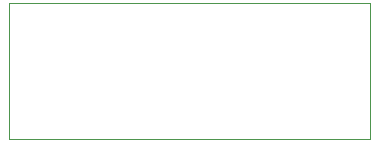
<source format=gbr>
%TF.GenerationSoftware,KiCad,Pcbnew,9.0.0*%
%TF.CreationDate,2025-06-01T15:03:30-04:00*%
%TF.ProjectId,USB-C_LiPol_Charger,5553422d-435f-44c6-9950-6f6c5f436861,0*%
%TF.SameCoordinates,Original*%
%TF.FileFunction,Profile,NP*%
%FSLAX46Y46*%
G04 Gerber Fmt 4.6, Leading zero omitted, Abs format (unit mm)*
G04 Created by KiCad (PCBNEW 9.0.0) date 2025-06-01 15:03:30*
%MOMM*%
%LPD*%
G01*
G04 APERTURE LIST*
%TA.AperFunction,Profile*%
%ADD10C,0.050000*%
%TD*%
G04 APERTURE END LIST*
D10*
X147850000Y-95250000D02*
X178350000Y-95250000D01*
X178350000Y-106750000D01*
X147850000Y-106750000D01*
X147850000Y-95250000D01*
M02*

</source>
